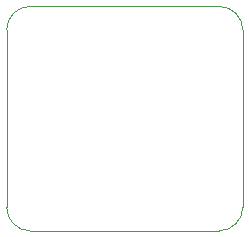
<source format=gbr>
%TF.GenerationSoftware,KiCad,Pcbnew,8.0.3*%
%TF.CreationDate,2024-06-08T15:38:28+12:00*%
%TF.ProjectId,toggle_switch_breakout,746f6767-6c65-45f7-9377-697463685f62,0.1.1*%
%TF.SameCoordinates,Original*%
%TF.FileFunction,Profile,NP*%
%FSLAX46Y46*%
G04 Gerber Fmt 4.6, Leading zero omitted, Abs format (unit mm)*
G04 Created by KiCad (PCBNEW 8.0.3) date 2024-06-08 15:38:28*
%MOMM*%
%LPD*%
G01*
G04 APERTURE LIST*
%TA.AperFunction,Profile*%
%ADD10C,0.100000*%
%TD*%
G04 APERTURE END LIST*
D10*
X97000000Y-52100000D02*
X113000000Y-52100000D01*
X113000000Y-71100000D02*
X97000000Y-71100000D01*
X95000000Y-54100000D02*
G75*
G02*
X97000000Y-52100000I2000000J0D01*
G01*
X115000000Y-54100000D02*
X115000000Y-69100000D01*
X97000000Y-71100000D02*
G75*
G02*
X95000000Y-69100000I0J2000000D01*
G01*
X115000000Y-69100000D02*
G75*
G02*
X113000000Y-71100000I-2000000J0D01*
G01*
X95000000Y-69100000D02*
X95000000Y-54100000D01*
X113000000Y-52100000D02*
G75*
G02*
X115000000Y-54100000I0J-2000000D01*
G01*
M02*

</source>
